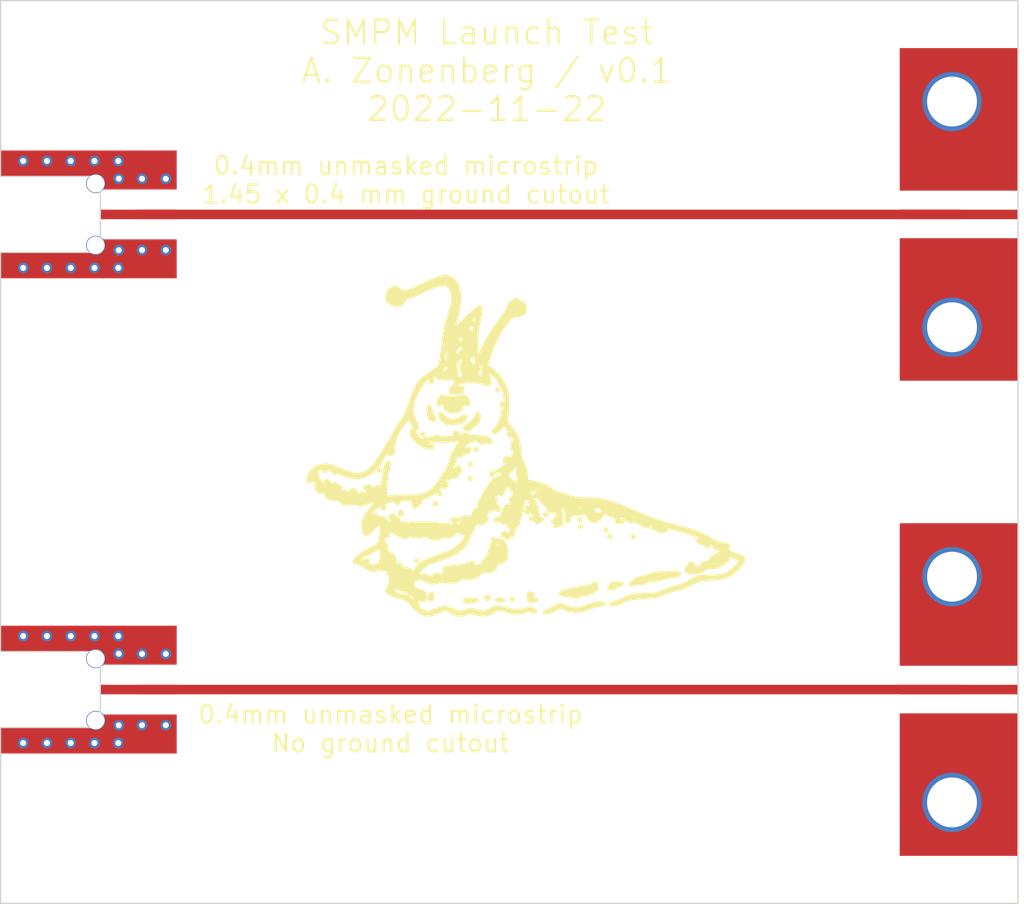
<source format=kicad_pcb>
(kicad_pcb (version 20211014) (generator pcbnew)
  (layers (0 "F.Cu" signal) (1 "In1.Cu" signal) (2 "In2.Cu" signal) (31 "B.Cu" signal) (34 "B.Paste" user) (35 "F.Paste" user) (36 "B.SilkS" user "B.Silkscreen") (37 "F.SilkS" user "F.Silkscreen") (38 "B.Mask" user) (39 "F.Mask" user) (44 "Edge.Cuts" user))
  (net 0 "")
  (net 1 "Net-(J1-Pad1)")
  (net 2 "/GND")
  (net 3 "Net-(J2-Pad1)")
  (footprint "azonenberg_pcb:LONGTHING-600DPI" (layer "F.Cu") (at 139 95.5)
    (fp_text reference "G***" hide)
    (fp_text value "LOGO" hide)
  )
  (footprint "azonenberg_pcb:CONN_SMPM_AMPHENOL_925-169J-51PT_SHORT" (layer "F.Cu") (at 120 105 180)
    (fp_text reference "J2" hide)
    (fp_text value "SMPM" hide)
    (pad "" np_thru_hole circle (at 0.2 1.3 180) (size 0.8 0.8) (drill 0.75) (layers *.Cu *.Mask))
    (pad "" np_thru_hole circle (at 0.2 -1.3 180) (size 0.8 0.8) (drill 0.75) (layers *.Cu *.Mask))
    (pad "1" smd rect (at -1.605 0 180) (size 3.21 0.4) (layers "F.Cu" "F.Paste" "F.Mask") (net 3 "Net-(J2-Pad1)"))
    (pad "2" smd custom (at -1.605 1.87 180) (size 3.21 1.64) (layers "F.Cu" "F.Paste" "F.Mask") (net 2 "/GND") (options (clearance outline) (anchor rect)) (primitives (gr_poly (pts (xy 5.795 0.82) (xy 1.605 0.82) (xy 1.605 -0.27) (xy 5.795 -0.27)) (width 0) (fill yes))))
    (pad "2" smd custom (at -1.605 -1.87 180) (size 3.21 1.64) (layers "F.Cu" "F.Paste" "F.Mask") (net 2 "/GND") (options (clearance outline) (anchor rect)) (primitives (gr_poly (pts (xy 5.795 0.27) (xy 1.605 0.27) (xy 1.605 -0.82) (xy 5.795 -0.82)) (width 0) (fill yes))))
  )
  (footprint "azonenberg_pcb:CONN_SMPM_AMPHENOL_925-169J-51PT_SHORT" (layer "F.Cu") (at 120 85 180)
    (fp_text reference "J1" hide)
    (fp_text value "SMPM" hide)
    (pad "" np_thru_hole circle (at 0.2 1.3 180) (size 0.8 0.8) (drill 0.75) (layers *.Cu *.Mask))
    (pad "" np_thru_hole circle (at 0.2 -1.3 180) (size 0.8 0.8) (drill 0.75) (layers *.Cu *.Mask))
    (pad "1" smd rect (at -1.605 0 180) (size 3.21 0.4) (layers "F.Cu" "F.Paste" "F.Mask") (net 1 "Net-(J1-Pad1)"))
    (pad "2" smd custom (at -1.605 1.87 180) (size 3.21 1.64) (layers "F.Cu" "F.Paste" "F.Mask") (net 2 "/GND") (options (clearance outline) (anchor rect)) (primitives (gr_poly (pts (xy 5.795 0.82) (xy 1.605 0.82) (xy 1.605 -0.27) (xy 5.795 -0.27)) (width 0) (fill yes))))
    (pad "2" smd custom (at -1.605 -1.87 180) (size 3.21 1.64) (layers "F.Cu" "F.Paste" "F.Mask") (net 2 "/GND") (options (clearance outline) (anchor rect)) (primitives (gr_poly (pts (xy 5.795 0.27) (xy 1.605 0.27) (xy 1.605 -0.82) (xy 5.795 -0.82)) (width 0) (fill yes))))
  )
  (footprint "azonenberg_pcb:CONN_SMA_EDGE_ROSENBERGER_32K243_40ML5" (layer "F.Cu") (at 158.625001 105 180)
    (fp_text reference "J4" hide)
    (fp_text value "SMA" hide)
    (pad "1" smd rect locked (at 2.5 0 180) (size 5 0.4) (layers "F.Cu" "F.Mask") (net 3 "Net-(J2-Pad1)"))
    (pad "2" smd rect locked (at 2.5 4 180) (size 5 6) (layers "F.Cu" "F.Mask") (net 2 "/GND"))
    (pad "2" smd rect locked (at 2.5 -4 180) (size 5 6) (layers "F.Cu" "F.Mask") (net 2 "/GND"))
    (pad "2" thru_hole circle locked (at 2.8 -4.75 180) (size 2.5 2.5) (drill 2.1) (layers *.Cu *.Mask) (net 2 "/GND"))
    (pad "2" thru_hole circle locked (at 2.8 4.75 180) (size 2.5 2.5) (drill 2.1) (layers *.Cu *.Mask) (net 2 "/GND"))
  )
  (footprint "azonenberg_pcb:CONN_SMA_EDGE_ROSENBERGER_32K243_40ML5" (layer "F.Cu") (at 158.625 85 180)
    (fp_text reference "J3" hide)
    (fp_text value "SMA" hide)
    (pad "1" smd rect locked (at 2.5 0 180) (size 5 0.4) (layers "F.Cu" "F.Mask") (net 1 "Net-(J1-Pad1)"))
    (pad "2" thru_hole circle locked (at 2.8 -4.75 180) (size 2.5 2.5) (drill 2.1) (layers *.Cu *.Mask) (net 2 "/GND"))
    (pad "2" smd rect locked (at 2.5 4 180) (size 5 6) (layers "F.Cu" "F.Mask") (net 2 "/GND"))
    (pad "2" thru_hole circle locked (at 2.8 4.75 180) (size 2.5 2.5) (drill 2.1) (layers *.Cu *.Mask) (net 2 "/GND"))
    (pad "2" smd rect locked (at 2.5 -4 180) (size 5 6) (layers "F.Cu" "F.Mask") (net 2 "/GND"))
  )
  (gr_line (start 158.6 76) (end 158.6 114) (layer "Edge.Cuts") (width 0.05))
  (gr_line (start 120 106.6) (end 120 103.4) (layer "Edge.Cuts") (width 0.05))
  (gr_line (start 115.8 86.6) (end 120 86.6) (layer "Edge.Cuts") (width 0.05))
  (gr_line (start 115.8 114) (end 115.8 106.6) (layer "Edge.Cuts") (width 0.05))
  (gr_line (start 115.8 106.6) (end 120 106.6) (layer "Edge.Cuts") (width 0.05))
  (gr_line (start 115.8 76) (end 158.6 76) (layer "Edge.Cuts") (width 0.05))
  (gr_line (start 158.6 114) (end 115.8 114) (layer "Edge.Cuts") (width 0.05))
  (gr_line (start 115.8 103.4) (end 115.8 86.6) (layer "Edge.Cuts") (width 0.05))
  (gr_line (start 120 86.6) (end 120 83.4) (layer "Edge.Cuts") (width 0.05))
  (gr_line (start 120 83.4) (end 115.8 83.4) (layer "Edge.Cuts") (width 0.05))
  (gr_line (start 120 103.4) (end 115.8 103.4) (layer "Edge.Cuts") (width 0.05))
  (gr_line (start 115.8 83.4) (end 115.8 76) (layer "Edge.Cuts") (width 0.05))
  (gr_text "0.4mm unmasked microstrip\n1.45 x 0.4 mm ground cutout" (at 132.85 83.55) (layer "F.SilkS") (effects (font (size 0.75 0.75) (thickness 0.1))))
  (gr_text "0.4mm unmasked microstrip\nNo ground cutout" (at 132.2 106.65) (layer "F.SilkS") (effects (font (size 0.75 0.75) (thickness 0.1))))
  (gr_text "SMPM Launch Test\nA. Zonenberg / v0.1\n2022-11-22" (at 136.25 78.95) (layer "F.SilkS") (effects (font (size 1 1) (thickness 0.1))))
  (segment (start 121.605 85) (end 156.125 85) (width 0.4) (layer "F.Cu") (net 1))
  (via (at 122.75 106.5) (size 0.45) (drill 0.25) (layers "F.Cu" "B.Cu") (net 2))
  (via (at 120.75 87.25) (size 0.45) (drill 0.25) (layers "F.Cu" "B.Cu") (net 2))
  (via (at 119.75 102.75) (size 0.45) (drill 0.25) (layers "F.Cu" "B.Cu") (net 2))
  (via (at 121.75 106.5) (size 0.45) (drill 0.25) (layers "F.Cu" "B.Cu") (net 2))
  (via (at 116.75 107.25) (size 0.45) (drill 0.25) (layers "F.Cu" "B.Cu") (net 2))
  (via (at 120.771145 86.506041) (size 0.45) (drill 0.25) (layers "F.Cu" "B.Cu") (net 2))
  (via (at 121.75 86.5) (size 0.45) (drill 0.25) (layers "F.Cu" "B.Cu") (net 2))
  (via (at 117.75 87.25) (size 0.45) (drill 0.25) (layers "F.Cu" "B.Cu") (net 2))
  (via (at 118.75 87.25) (size 0.45) (drill 0.25) (layers "F.Cu" "B.Cu") (net 2))
  (via (at 116.75 82.75) (size 0.45) (drill 0.25) (layers "F.Cu" "B.Cu") (net 2))
  (via (at 116.75 87.25) (size 0.45) (drill 0.25) (layers "F.Cu" "B.Cu") (net 2))
  (via (at 119.75 82.75) (size 0.45) (drill 0.25) (layers "F.Cu" "B.Cu") (net 2))
  (via (at 117.75 82.75) (size 0.45) (drill 0.25) (layers "F.Cu" "B.Cu") (net 2))
  (via (at 116.75 102.75) (size 0.45) (drill 0.25) (layers "F.Cu" "B.Cu") (net 2))
  (via (at 117.75 102.75) (size 0.45) (drill 0.25) (layers "F.Cu" "B.Cu") (net 2))
  (via (at 118.75 107.25) (size 0.45) (drill 0.25) (layers "F.Cu" "B.Cu") (net 2))
  (via (at 120.75 102.75) (size 0.45) (drill 0.25) (layers "F.Cu" "B.Cu") (net 2))
  (via (at 122.75 83.5) (size 0.45) (drill 0.25) (layers "F.Cu" "B.Cu") (net 2))
  (via (at 120.75 82.75) (size 0.45) (drill 0.25) (layers "F.Cu" "B.Cu") (net 2))
  (via (at 120.771145 103.493959) (size 0.45) (drill 0.25) (layers "F.Cu" "B.Cu") (net 2))
  (via (at 118.75 102.75) (size 0.45) (drill 0.25) (layers "F.Cu" "B.Cu") (net 2))
  (via (at 121.75 103.5) (size 0.45) (drill 0.25) (layers "F.Cu" "B.Cu") (net 2))
  (via (at 117.75 107.25) (size 0.45) (drill 0.25) (layers "F.Cu" "B.Cu") (net 2))
  (via (at 119.75 87.25) (size 0.45) (drill 0.25) (layers "F.Cu" "B.Cu") (net 2))
  (via (at 120.771145 83.493959) (size 0.45) (drill 0.25) (layers "F.Cu" "B.Cu") (net 2))
  (via (at 122.75 103.5) (size 0.45) (drill 0.25) (layers "F.Cu" "B.Cu") (net 2))
  (via (at 118.75 82.75) (size 0.45) (drill 0.25) (layers "F.Cu" "B.Cu") (net 2))
  (via (at 120.771145 106.506041) (size 0.45) (drill 0.25) (layers "F.Cu" "B.Cu") (net 2))
  (via (at 119.75 107.25) (size 0.45) (drill 0.25) (layers "F.Cu" "B.Cu") (net 2))
  (via (at 122.75 86.5) (size 0.45) (drill 0.25) (layers "F.Cu" "B.Cu") (net 2))
  (via (at 120.75 107.25) (size 0.45) (drill 0.25) (layers "F.Cu" "B.Cu") (net 2))
  (via (at 121.75 83.5) (size 0.45) (drill 0.25) (layers "F.Cu" "B.Cu") (net 2))
  (segment (start 121.605 105) (end 156.125001 105) (width 0.4) (layer "F.Cu") (net 3))
)
</source>
